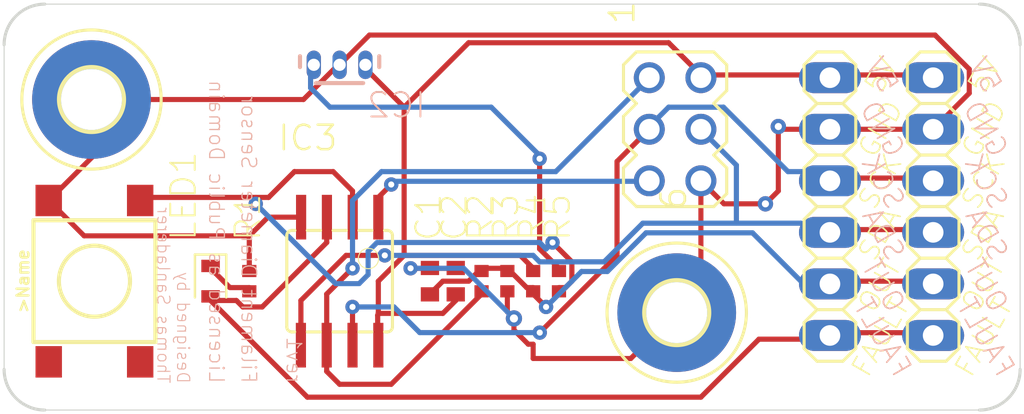
<source format=kicad_pcb>
(kicad_pcb (version 20171130) (host pcbnew "(5.1.12)-1")

  (general
    (thickness 1.6)
    (drawings 42)
    (tracks 206)
    (zones 0)
    (modules 16)
    (nets 12)
  )

  (page A4)
  (layers
    (0 Top signal)
    (31 Bottom signal)
    (32 B.Adhes user hide)
    (33 F.Adhes user hide)
    (34 B.Paste user hide)
    (35 F.Paste user hide)
    (36 B.SilkS user hide)
    (37 F.SilkS user hide)
    (38 B.Mask user hide)
    (39 F.Mask user hide)
    (40 Dwgs.User user hide)
    (41 Cmts.User user hide)
    (42 Eco1.User user hide)
    (43 Eco2.User user hide)
    (44 Edge.Cuts user)
    (45 Margin user hide)
    (46 B.CrtYd user hide)
    (47 F.CrtYd user hide)
    (48 B.Fab user hide)
    (49 F.Fab user hide)
  )

  (setup
    (last_trace_width 0.25)
    (trace_clearance 0.127)
    (zone_clearance 0.508)
    (zone_45_only no)
    (trace_min 0.2)
    (via_size 0.8)
    (via_drill 0.4)
    (via_min_size 0.4)
    (via_min_drill 0.3)
    (uvia_size 0.3)
    (uvia_drill 0.1)
    (uvias_allowed no)
    (uvia_min_size 0.2)
    (uvia_min_drill 0.1)
    (edge_width 0.05)
    (segment_width 0.2)
    (pcb_text_width 0.3)
    (pcb_text_size 1.5 1.5)
    (mod_edge_width 0.12)
    (mod_text_size 1 1)
    (mod_text_width 0.15)
    (pad_size 1.524 1.524)
    (pad_drill 0.762)
    (pad_to_mask_clearance 0)
    (aux_axis_origin 0 0)
    (visible_elements 7FFFFFFF)
    (pcbplotparams
      (layerselection 0x010fc_ffffffff)
      (usegerberextensions false)
      (usegerberattributes true)
      (usegerberadvancedattributes true)
      (creategerberjobfile true)
      (excludeedgelayer true)
      (linewidth 0.100000)
      (plotframeref false)
      (viasonmask false)
      (mode 1)
      (useauxorigin false)
      (hpglpennumber 1)
      (hpglpenspeed 20)
      (hpglpendiameter 15.000000)
      (psnegative false)
      (psa4output false)
      (plotreference true)
      (plotvalue true)
      (plotinvisibletext false)
      (padsonsilk false)
      (subtractmaskfromsilk false)
      (outputformat 1)
      (mirror false)
      (drillshape 1)
      (scaleselection 1)
      (outputdirectory ""))
  )

  (net 0 "")
  (net 1 +5V)
  (net 2 GND)
  (net 3 /FAULT)
  (net 4 /OUT)
  (net 5 /SDA)
  (net 6 /SCK)
  (net 7 "Net-(IC2-Pad3)")
  (net 8 /RESET)
  (net 9 /MISO)
  (net 10 /IN)
  (net 11 "Net-(LED1-PadC)")

  (net_class Default "This is the default net class."
    (clearance 0.127)
    (trace_width 0.25)
    (via_dia 0.8)
    (via_drill 0.4)
    (uvia_dia 0.3)
    (uvia_drill 0.1)
    (add_net +5V)
    (add_net /FAULT)
    (add_net /IN)
    (add_net /MISO)
    (add_net /OUT)
    (add_net /RESET)
    (add_net /SCK)
    (add_net /SDA)
    (add_net GND)
    (add_net "Net-(IC2-Pad3)")
    (add_net "Net-(LED1-PadC)")
  )

  (module filaSens:SIP3-UA (layer Bottom) (tedit 0) (tstamp 607B0B41)
    (at 140.0111 97.9936 180)
    (descr "<b>Type: 3-pin SIP, conventional leadframe</b><p>\nSource: http://www.allegromicro.com/en/Products/Packaging/pkghall1.pdf")
    (path /B2BFE474)
    (fp_text reference IC2 (at -1.27 -2.69875) (layer B.SilkS)
      (effects (font (size 1.2065 1.2065) (thickness 0.09652)) (justify right bottom mirror))
    )
    (fp_text value SS495 (at -2.54 1.405) (layer B.Fab)
      (effects (font (size 1.2065 1.2065) (thickness 0.09652)) (justify right bottom mirror))
    )
    (fp_line (start -1.95 0.425) (end -1.95 -0.11) (layer B.SilkS) (width 0.2032))
    (fp_line (start -1.95 -0.11) (end -1.16 -0.9) (layer B.Fab) (width 0.2032))
    (fp_line (start -1.16 -0.9) (end 1.16 -0.9) (layer B.SilkS) (width 0.2032))
    (fp_line (start 1.16 -0.9) (end 1.95 -0.11) (layer B.Fab) (width 0.2032))
    (fp_line (start 1.95 -0.11) (end 1.95 0.425) (layer B.SilkS) (width 0.2032))
    (fp_line (start 1.95 0.425) (end -1.95 0.425) (layer B.Fab) (width 0.2032))
    (pad 3 thru_hole oval (at 1.27 0 90) (size 1.4 0.7) (drill 0.6) (layers *.Cu *.Mask)
      (net 7 "Net-(IC2-Pad3)") (solder_mask_margin 0.1016))
    (pad 2 thru_hole oval (at 0 0 90) (size 1.4 0.7) (drill 0.6) (layers *.Cu *.Mask)
      (net 2 GND) (solder_mask_margin 0.1016))
    (pad 1 thru_hole oval (at -1.27 0 90) (size 1.4 0.7) (drill 0.6) (layers *.Cu *.Mask)
      (net 1 +5V) (solder_mask_margin 0.1016))
  )

  (module filaSens:1X06 (layer Top) (tedit 0) (tstamp 607B0B4D)
    (at 164.1411 104.9786 270)
    (descr "<b>PIN HEADER</b>")
    (path /235567EB)
    (fp_text reference JP1 (at -7.6962 -1.8288 270) (layer F.SilkS) hide
      (effects (font (size 1.2065 1.2065) (thickness 0.127)) (justify right top))
    )
    (fp_text value OUTPUT (at -7.62 3.175 270) (layer F.Fab) hide
      (effects (font (size 1.2065 1.2065) (thickness 0.1016)) (justify right top))
    )
    (fp_line (start 0.635 -1.27) (end 1.905 -1.27) (layer F.SilkS) (width 0.1524))
    (fp_line (start 1.905 -1.27) (end 2.54 -0.635) (layer F.SilkS) (width 0.1524))
    (fp_line (start 2.54 -0.635) (end 2.54 0.635) (layer F.SilkS) (width 0.1524))
    (fp_line (start 2.54 0.635) (end 1.905 1.27) (layer F.SilkS) (width 0.1524))
    (fp_line (start 2.54 -0.635) (end 3.175 -1.27) (layer F.SilkS) (width 0.1524))
    (fp_line (start 3.175 -1.27) (end 4.445 -1.27) (layer F.SilkS) (width 0.1524))
    (fp_line (start 4.445 -1.27) (end 5.08 -0.635) (layer F.SilkS) (width 0.1524))
    (fp_line (start 5.08 -0.635) (end 5.08 0.635) (layer F.SilkS) (width 0.1524))
    (fp_line (start 5.08 0.635) (end 4.445 1.27) (layer F.SilkS) (width 0.1524))
    (fp_line (start 4.445 1.27) (end 3.175 1.27) (layer F.SilkS) (width 0.1524))
    (fp_line (start 3.175 1.27) (end 2.54 0.635) (layer F.SilkS) (width 0.1524))
    (fp_line (start -2.54 -0.635) (end -1.905 -1.27) (layer F.SilkS) (width 0.1524))
    (fp_line (start -1.905 -1.27) (end -0.635 -1.27) (layer F.SilkS) (width 0.1524))
    (fp_line (start -0.635 -1.27) (end 0 -0.635) (layer F.SilkS) (width 0.1524))
    (fp_line (start 0 -0.635) (end 0 0.635) (layer F.SilkS) (width 0.1524))
    (fp_line (start 0 0.635) (end -0.635 1.27) (layer F.SilkS) (width 0.1524))
    (fp_line (start -0.635 1.27) (end -1.905 1.27) (layer F.SilkS) (width 0.1524))
    (fp_line (start -1.905 1.27) (end -2.54 0.635) (layer F.SilkS) (width 0.1524))
    (fp_line (start 0.635 -1.27) (end 0 -0.635) (layer F.SilkS) (width 0.1524))
    (fp_line (start 0 0.635) (end 0.635 1.27) (layer F.SilkS) (width 0.1524))
    (fp_line (start 1.905 1.27) (end 0.635 1.27) (layer F.SilkS) (width 0.1524))
    (fp_line (start -6.985 -1.27) (end -5.715 -1.27) (layer F.SilkS) (width 0.1524))
    (fp_line (start -5.715 -1.27) (end -5.08 -0.635) (layer F.SilkS) (width 0.1524))
    (fp_line (start -5.08 -0.635) (end -5.08 0.635) (layer F.SilkS) (width 0.1524))
    (fp_line (start -5.08 0.635) (end -5.715 1.27) (layer F.SilkS) (width 0.1524))
    (fp_line (start -5.08 -0.635) (end -4.445 -1.27) (layer F.SilkS) (width 0.1524))
    (fp_line (start -4.445 -1.27) (end -3.175 -1.27) (layer F.SilkS) (width 0.1524))
    (fp_line (start -3.175 -1.27) (end -2.54 -0.635) (layer F.SilkS) (width 0.1524))
    (fp_line (start -2.54 -0.635) (end -2.54 0.635) (layer F.SilkS) (width 0.1524))
    (fp_line (start -2.54 0.635) (end -3.175 1.27) (layer F.SilkS) (width 0.1524))
    (fp_line (start -3.175 1.27) (end -4.445 1.27) (layer F.SilkS) (width 0.1524))
    (fp_line (start -4.445 1.27) (end -5.08 0.635) (layer F.SilkS) (width 0.1524))
    (fp_line (start -7.62 -0.635) (end -7.62 0.635) (layer F.SilkS) (width 0.1524))
    (fp_line (start -6.985 -1.27) (end -7.62 -0.635) (layer F.SilkS) (width 0.1524))
    (fp_line (start -7.62 0.635) (end -6.985 1.27) (layer F.SilkS) (width 0.1524))
    (fp_line (start -5.715 1.27) (end -6.985 1.27) (layer F.SilkS) (width 0.1524))
    (fp_line (start 5.715 -1.27) (end 6.985 -1.27) (layer F.SilkS) (width 0.1524))
    (fp_line (start 6.985 -1.27) (end 7.62 -0.635) (layer F.SilkS) (width 0.1524))
    (fp_line (start 7.62 -0.635) (end 7.62 0.635) (layer F.SilkS) (width 0.1524))
    (fp_line (start 7.62 0.635) (end 6.985 1.27) (layer F.SilkS) (width 0.1524))
    (fp_line (start 5.715 -1.27) (end 5.08 -0.635) (layer F.SilkS) (width 0.1524))
    (fp_line (start 5.08 0.635) (end 5.715 1.27) (layer F.SilkS) (width 0.1524))
    (fp_line (start 6.985 1.27) (end 5.715 1.27) (layer F.SilkS) (width 0.1524))
    (fp_poly (pts (xy 3.556 0.254) (xy 4.064 0.254) (xy 4.064 -0.254) (xy 3.556 -0.254)) (layer F.Fab) (width 0))
    (fp_poly (pts (xy 1.016 0.254) (xy 1.524 0.254) (xy 1.524 -0.254) (xy 1.016 -0.254)) (layer F.Fab) (width 0))
    (fp_poly (pts (xy -1.524 0.254) (xy -1.016 0.254) (xy -1.016 -0.254) (xy -1.524 -0.254)) (layer F.Fab) (width 0))
    (fp_poly (pts (xy -4.064 0.254) (xy -3.556 0.254) (xy -3.556 -0.254) (xy -4.064 -0.254)) (layer F.Fab) (width 0))
    (fp_poly (pts (xy -6.604 0.254) (xy -6.096 0.254) (xy -6.096 -0.254) (xy -6.604 -0.254)) (layer F.Fab) (width 0))
    (fp_poly (pts (xy 6.096 0.254) (xy 6.604 0.254) (xy 6.604 -0.254) (xy 6.096 -0.254)) (layer F.Fab) (width 0))
    (pad 6 thru_hole oval (at 6.35 0) (size 3.048 1.524) (drill 1.016) (layers *.Cu *.Mask)
      (net 3 /FAULT) (solder_mask_margin 0.1016))
    (pad 5 thru_hole oval (at 3.81 0) (size 3.048 1.524) (drill 1.016) (layers *.Cu *.Mask)
      (net 4 /OUT) (solder_mask_margin 0.1016))
    (pad 4 thru_hole oval (at 1.27 0) (size 3.048 1.524) (drill 1.016) (layers *.Cu *.Mask)
      (net 5 /SDA) (solder_mask_margin 0.1016))
    (pad 3 thru_hole oval (at -1.27 0) (size 3.048 1.524) (drill 1.016) (layers *.Cu *.Mask)
      (net 6 /SCK) (solder_mask_margin 0.1016))
    (pad 2 thru_hole oval (at -3.81 0) (size 3.048 1.524) (drill 1.016) (layers *.Cu *.Mask)
      (net 2 GND) (solder_mask_margin 0.1016))
    (pad 1 thru_hole oval (at -6.35 0) (size 3.048 1.524) (drill 1.016) (layers *.Cu *.Mask)
      (net 1 +5V) (solder_mask_margin 0.1016))
  )

  (module filaSens:1X06 (layer Top) (tedit 0) (tstamp 607B0B87)
    (at 169.2211 104.9786 270)
    (descr "<b>PIN HEADER</b>")
    (path /46E31EBA)
    (fp_text reference JP2 (at -7.6962 -1.8288 270) (layer F.SilkS) hide
      (effects (font (size 1.2065 1.2065) (thickness 0.127)) (justify right top))
    )
    (fp_text value SUPPORT_ROW (at -7.62 3.175 270) (layer F.Fab) hide
      (effects (font (size 1.2065 1.2065) (thickness 0.1016)) (justify right top))
    )
    (fp_line (start 0.635 -1.27) (end 1.905 -1.27) (layer F.SilkS) (width 0.1524))
    (fp_line (start 1.905 -1.27) (end 2.54 -0.635) (layer F.SilkS) (width 0.1524))
    (fp_line (start 2.54 -0.635) (end 2.54 0.635) (layer F.SilkS) (width 0.1524))
    (fp_line (start 2.54 0.635) (end 1.905 1.27) (layer F.SilkS) (width 0.1524))
    (fp_line (start 2.54 -0.635) (end 3.175 -1.27) (layer F.SilkS) (width 0.1524))
    (fp_line (start 3.175 -1.27) (end 4.445 -1.27) (layer F.SilkS) (width 0.1524))
    (fp_line (start 4.445 -1.27) (end 5.08 -0.635) (layer F.SilkS) (width 0.1524))
    (fp_line (start 5.08 -0.635) (end 5.08 0.635) (layer F.SilkS) (width 0.1524))
    (fp_line (start 5.08 0.635) (end 4.445 1.27) (layer F.SilkS) (width 0.1524))
    (fp_line (start 4.445 1.27) (end 3.175 1.27) (layer F.SilkS) (width 0.1524))
    (fp_line (start 3.175 1.27) (end 2.54 0.635) (layer F.SilkS) (width 0.1524))
    (fp_line (start -2.54 -0.635) (end -1.905 -1.27) (layer F.SilkS) (width 0.1524))
    (fp_line (start -1.905 -1.27) (end -0.635 -1.27) (layer F.SilkS) (width 0.1524))
    (fp_line (start -0.635 -1.27) (end 0 -0.635) (layer F.SilkS) (width 0.1524))
    (fp_line (start 0 -0.635) (end 0 0.635) (layer F.SilkS) (width 0.1524))
    (fp_line (start 0 0.635) (end -0.635 1.27) (layer F.SilkS) (width 0.1524))
    (fp_line (start -0.635 1.27) (end -1.905 1.27) (layer F.SilkS) (width 0.1524))
    (fp_line (start -1.905 1.27) (end -2.54 0.635) (layer F.SilkS) (width 0.1524))
    (fp_line (start 0.635 -1.27) (end 0 -0.635) (layer F.SilkS) (width 0.1524))
    (fp_line (start 0 0.635) (end 0.635 1.27) (layer F.SilkS) (width 0.1524))
    (fp_line (start 1.905 1.27) (end 0.635 1.27) (layer F.SilkS) (width 0.1524))
    (fp_line (start -6.985 -1.27) (end -5.715 -1.27) (layer F.SilkS) (width 0.1524))
    (fp_line (start -5.715 -1.27) (end -5.08 -0.635) (layer F.SilkS) (width 0.1524))
    (fp_line (start -5.08 -0.635) (end -5.08 0.635) (layer F.SilkS) (width 0.1524))
    (fp_line (start -5.08 0.635) (end -5.715 1.27) (layer F.SilkS) (width 0.1524))
    (fp_line (start -5.08 -0.635) (end -4.445 -1.27) (layer F.SilkS) (width 0.1524))
    (fp_line (start -4.445 -1.27) (end -3.175 -1.27) (layer F.SilkS) (width 0.1524))
    (fp_line (start -3.175 -1.27) (end -2.54 -0.635) (layer F.SilkS) (width 0.1524))
    (fp_line (start -2.54 -0.635) (end -2.54 0.635) (layer F.SilkS) (width 0.1524))
    (fp_line (start -2.54 0.635) (end -3.175 1.27) (layer F.SilkS) (width 0.1524))
    (fp_line (start -3.175 1.27) (end -4.445 1.27) (layer F.SilkS) (width 0.1524))
    (fp_line (start -4.445 1.27) (end -5.08 0.635) (layer F.SilkS) (width 0.1524))
    (fp_line (start -7.62 -0.635) (end -7.62 0.635) (layer F.SilkS) (width 0.1524))
    (fp_line (start -6.985 -1.27) (end -7.62 -0.635) (layer F.SilkS) (width 0.1524))
    (fp_line (start -7.62 0.635) (end -6.985 1.27) (layer F.SilkS) (width 0.1524))
    (fp_line (start -5.715 1.27) (end -6.985 1.27) (layer F.SilkS) (width 0.1524))
    (fp_line (start 5.715 -1.27) (end 6.985 -1.27) (layer F.SilkS) (width 0.1524))
    (fp_line (start 6.985 -1.27) (end 7.62 -0.635) (layer F.SilkS) (width 0.1524))
    (fp_line (start 7.62 -0.635) (end 7.62 0.635) (layer F.SilkS) (width 0.1524))
    (fp_line (start 7.62 0.635) (end 6.985 1.27) (layer F.SilkS) (width 0.1524))
    (fp_line (start 5.715 -1.27) (end 5.08 -0.635) (layer F.SilkS) (width 0.1524))
    (fp_line (start 5.08 0.635) (end 5.715 1.27) (layer F.SilkS) (width 0.1524))
    (fp_line (start 6.985 1.27) (end 5.715 1.27) (layer F.SilkS) (width 0.1524))
    (fp_poly (pts (xy 3.556 0.254) (xy 4.064 0.254) (xy 4.064 -0.254) (xy 3.556 -0.254)) (layer F.Fab) (width 0))
    (fp_poly (pts (xy 1.016 0.254) (xy 1.524 0.254) (xy 1.524 -0.254) (xy 1.016 -0.254)) (layer F.Fab) (width 0))
    (fp_poly (pts (xy -1.524 0.254) (xy -1.016 0.254) (xy -1.016 -0.254) (xy -1.524 -0.254)) (layer F.Fab) (width 0))
    (fp_poly (pts (xy -4.064 0.254) (xy -3.556 0.254) (xy -3.556 -0.254) (xy -4.064 -0.254)) (layer F.Fab) (width 0))
    (fp_poly (pts (xy -6.604 0.254) (xy -6.096 0.254) (xy -6.096 -0.254) (xy -6.604 -0.254)) (layer F.Fab) (width 0))
    (fp_poly (pts (xy 6.096 0.254) (xy 6.604 0.254) (xy 6.604 -0.254) (xy 6.096 -0.254)) (layer F.Fab) (width 0))
    (pad 6 thru_hole oval (at 6.35 0) (size 3.048 1.524) (drill 1.016) (layers *.Cu *.Mask)
      (net 3 /FAULT) (solder_mask_margin 0.1016))
    (pad 5 thru_hole oval (at 3.81 0) (size 3.048 1.524) (drill 1.016) (layers *.Cu *.Mask)
      (net 4 /OUT) (solder_mask_margin 0.1016))
    (pad 4 thru_hole oval (at 1.27 0) (size 3.048 1.524) (drill 1.016) (layers *.Cu *.Mask)
      (net 5 /SDA) (solder_mask_margin 0.1016))
    (pad 3 thru_hole oval (at -1.27 0) (size 3.048 1.524) (drill 1.016) (layers *.Cu *.Mask)
      (net 6 /SCK) (solder_mask_margin 0.1016))
    (pad 2 thru_hole oval (at -3.81 0) (size 3.048 1.524) (drill 1.016) (layers *.Cu *.Mask)
      (net 2 GND) (solder_mask_margin 0.1016))
    (pad 1 thru_hole oval (at -6.35 0) (size 3.048 1.524) (drill 1.016) (layers *.Cu *.Mask)
      (net 1 +5V) (solder_mask_margin 0.1016))
  )

  (module filaSens:3,0-PAD (layer Top) (tedit 0) (tstamp 607B0BC1)
    (at 156.6011 110.2036)
    (descr "<b>MOUNTING PAD</b> 3.0 mm, round")
    (path /9910BFD8)
    (fp_text reference H1 (at 0 0) (layer F.SilkS) hide
      (effects (font (size 1.27 1.27) (thickness 0.15)))
    )
    (fp_text value MOUNT-PAD-ROUND3.0 (at 0 0) (layer F.SilkS) hide
      (effects (font (size 1.27 1.27) (thickness 0.15)))
    )
    (fp_circle (center 0 0) (end 3.429 0) (layer F.SilkS) (width 0.1524))
    (fp_circle (center 0 0) (end 0.762 0) (layer F.Fab) (width 0.4572))
    (fp_circle (center 0 0) (end 3.556 0) (layer Dwgs.User) (width 1.016))
    (fp_circle (center 0 0) (end 3.556 0) (layer Dwgs.User) (width 1.016))
    (fp_circle (center 0 0) (end 3.556 0) (layer Dwgs.User) (width 1.016))
    (fp_circle (center 0 0) (end 1.6 0) (layer F.SilkS) (width 0.2032))
    (fp_text user 3,0 (at -1.27 3.81) (layer Cmts.User)
      (effects (font (size 1.2065 1.2065) (thickness 0.1016)) (justify left bottom))
    )
    (fp_arc (start 0 0) (end 0 -2.159) (angle 90) (layer F.Fab) (width 2.4892))
    (fp_arc (start 0 0) (end -2.159 0) (angle -90) (layer F.Fab) (width 2.4892))
    (pad B3,0 thru_hole circle (at 0 0) (size 5.842 5.842) (drill 3) (layers *.Cu *.Mask)
      (net 2 GND) (solder_mask_margin 0.1016))
  )

  (module filaSens:3,0-PAD (layer Top) (tedit 0) (tstamp 607B0BCE)
    (at 127.8011 99.7036)
    (descr "<b>MOUNTING PAD</b> 3.0 mm, round")
    (path /5D268E00)
    (fp_text reference H2 (at 0 0) (layer F.SilkS) hide
      (effects (font (size 1.27 1.27) (thickness 0.15)))
    )
    (fp_text value MOUNT-PAD-ROUND3.0 (at 0 0) (layer F.SilkS) hide
      (effects (font (size 1.27 1.27) (thickness 0.15)))
    )
    (fp_circle (center 0 0) (end 3.429 0) (layer F.SilkS) (width 0.1524))
    (fp_circle (center 0 0) (end 0.762 0) (layer F.Fab) (width 0.4572))
    (fp_circle (center 0 0) (end 3.556 0) (layer Dwgs.User) (width 1.016))
    (fp_circle (center 0 0) (end 3.556 0) (layer Dwgs.User) (width 1.016))
    (fp_circle (center 0 0) (end 3.556 0) (layer Dwgs.User) (width 1.016))
    (fp_circle (center 0 0) (end 1.6 0) (layer F.SilkS) (width 0.2032))
    (fp_text user 3,0 (at -1.27 3.81) (layer Cmts.User)
      (effects (font (size 1.2065 1.2065) (thickness 0.1016)) (justify left bottom))
    )
    (fp_arc (start 0 0) (end 0 -2.159) (angle 90) (layer F.Fab) (width 2.4892))
    (fp_arc (start 0 0) (end -2.159 0) (angle -90) (layer F.Fab) (width 2.4892))
    (pad B3,0 thru_hole circle (at 0 0) (size 5.842 5.842) (drill 3) (layers *.Cu *.Mask)
      (net 2 GND) (solder_mask_margin 0.1016))
  )

  (module filaSens:MA03-2 (layer Top) (tedit 0) (tstamp 607B0BDB)
    (at 156.5211 101.1686 270)
    (descr "<b>PIN HEADER</b>")
    (path /C9A7A6AE)
    (fp_text reference SV1 (at -3.81 -2.921 270) (layer F.SilkS) hide
      (effects (font (size 1.2065 1.2065) (thickness 0.127)) (justify right top))
    )
    (fp_text value ISP (at -0.135 4.1275 90) (layer F.Fab)
      (effects (font (size 1.2065 1.2065) (thickness 0.12065)) (justify left bottom))
    )
    (fp_line (start -3.175 -2.54) (end -1.905 -2.54) (layer F.SilkS) (width 0.1524))
    (fp_line (start -1.905 -2.54) (end -1.27 -1.905) (layer F.SilkS) (width 0.1524))
    (fp_line (start -1.27 -1.905) (end -0.635 -2.54) (layer F.SilkS) (width 0.1524))
    (fp_line (start -0.635 -2.54) (end 0.635 -2.54) (layer F.SilkS) (width 0.1524))
    (fp_line (start 0.635 -2.54) (end 1.27 -1.905) (layer F.SilkS) (width 0.1524))
    (fp_line (start -3.175 -2.54) (end -3.81 -1.905) (layer F.SilkS) (width 0.1524))
    (fp_line (start 1.27 -1.905) (end 1.905 -2.54) (layer F.SilkS) (width 0.1524))
    (fp_line (start 1.905 -2.54) (end 3.175 -2.54) (layer F.SilkS) (width 0.1524))
    (fp_line (start 3.175 -2.54) (end 3.81 -1.905) (layer F.SilkS) (width 0.1524))
    (fp_line (start 3.81 -1.905) (end 3.81 1.905) (layer F.SilkS) (width 0.1524))
    (fp_line (start -1.27 1.905) (end -1.905 2.54) (layer F.SilkS) (width 0.1524))
    (fp_line (start 1.27 1.905) (end 0.635 2.54) (layer F.SilkS) (width 0.1524))
    (fp_line (start 0.635 2.54) (end -0.635 2.54) (layer F.SilkS) (width 0.1524))
    (fp_line (start -0.635 2.54) (end -1.27 1.905) (layer F.SilkS) (width 0.1524))
    (fp_line (start -3.81 -1.905) (end -3.81 1.905) (layer F.SilkS) (width 0.1524))
    (fp_line (start -3.81 1.905) (end -3.175 2.54) (layer F.SilkS) (width 0.1524))
    (fp_line (start -1.905 2.54) (end -3.175 2.54) (layer F.SilkS) (width 0.1524))
    (fp_line (start 3.81 1.905) (end 3.175 2.54) (layer F.SilkS) (width 0.1524))
    (fp_line (start 3.175 2.54) (end 1.905 2.54) (layer F.SilkS) (width 0.1524))
    (fp_line (start 1.905 2.54) (end 1.27 1.905) (layer F.SilkS) (width 0.1524))
    (fp_poly (pts (xy -0.254 1.524) (xy 0.254 1.524) (xy 0.254 1.016) (xy -0.254 1.016)) (layer F.Fab) (width 0))
    (fp_poly (pts (xy -2.794 1.524) (xy -2.286 1.524) (xy -2.286 1.016) (xy -2.794 1.016)) (layer F.Fab) (width 0))
    (fp_poly (pts (xy 2.286 1.524) (xy 2.794 1.524) (xy 2.794 1.016) (xy 2.286 1.016)) (layer F.Fab) (width 0))
    (fp_poly (pts (xy -2.794 -1.016) (xy -2.286 -1.016) (xy -2.286 -1.524) (xy -2.794 -1.524)) (layer F.Fab) (width 0))
    (fp_poly (pts (xy -0.254 -1.016) (xy 0.254 -1.016) (xy 0.254 -1.524) (xy -0.254 -1.524)) (layer F.Fab) (width 0))
    (fp_poly (pts (xy 2.286 -1.016) (xy 2.794 -1.016) (xy 2.794 -1.524) (xy 2.286 -1.524)) (layer F.Fab) (width 0))
    (fp_text user 6 (at 4.064 -0.635 270) (layer F.SilkS)
      (effects (font (size 1.2065 1.2065) (thickness 0.127)) (justify left bottom))
    )
    (fp_text user 1 (at -5.08 1.905 270) (layer F.SilkS)
      (effects (font (size 1.2065 1.2065) (thickness 0.127)) (justify left bottom))
    )
    (pad 6 thru_hole circle (at 2.54 -1.27 270) (size 1.524 1.524) (drill 1.016) (layers *.Cu *.Mask)
      (net 2 GND) (solder_mask_margin 0.1016))
    (pad 4 thru_hole circle (at 0 -1.27 270) (size 1.524 1.524) (drill 1.016) (layers *.Cu *.Mask)
      (net 5 /SDA) (solder_mask_margin 0.1016))
    (pad 2 thru_hole circle (at -2.54 -1.27 270) (size 1.524 1.524) (drill 1.016) (layers *.Cu *.Mask)
      (net 1 +5V) (solder_mask_margin 0.1016))
    (pad 5 thru_hole circle (at 2.54 1.27 270) (size 1.524 1.524) (drill 1.016) (layers *.Cu *.Mask)
      (net 8 /RESET) (solder_mask_margin 0.1016))
    (pad 3 thru_hole circle (at 0 1.27 270) (size 1.524 1.524) (drill 1.016) (layers *.Cu *.Mask)
      (net 6 /SCK) (solder_mask_margin 0.1016))
    (pad 1 thru_hole circle (at -2.54 1.27 270) (size 1.524 1.524) (drill 1.016) (layers *.Cu *.Mask)
      (net 9 /MISO) (solder_mask_margin 0.1016))
  )

  (module filaSens:SOIC8 (layer Top) (tedit 0) (tstamp 607B0C00)
    (at 140.0111 108.6536 180)
    (descr "<B>Wide Plastic Gull Wing Small Outline Package</B>")
    (path /40F764B3)
    (fp_text reference IC3 (at 3.1115 6.35) (layer F.SilkS)
      (effects (font (size 1.2065 1.2065) (thickness 0.12065)) (justify left bottom))
    )
    (fp_text value TINY85 (at 3.1115 4.826) (layer F.Fab)
      (effects (font (size 1.2065 1.2065) (thickness 0.12065)) (justify left bottom))
    )
    (fp_line (start 2.36 2.5) (end -2.34 2.5) (layer F.Fab) (width 0.1524))
    (fp_line (start -2.34 -2.5) (end 2.36 -2.5) (layer F.Fab) (width 0.1524))
    (fp_line (start -2.21 -2.5) (end -2.34 -2.5) (layer F.SilkS) (width 0.1524))
    (fp_line (start -1.59 -2.5) (end -0.95 -2.5) (layer F.SilkS) (width 0.1524))
    (fp_line (start -0.32 -2.5) (end 0.32 -2.5) (layer F.SilkS) (width 0.1524))
    (fp_line (start 0.95 -2.5) (end 1.59 -2.5) (layer F.SilkS) (width 0.1524))
    (fp_line (start 2.21 -2.5) (end 2.36 -2.5) (layer F.SilkS) (width 0.1524))
    (fp_line (start 2.2 2.5) (end 2.33 2.5) (layer F.SilkS) (width 0.1524))
    (fp_line (start 1.59 2.5) (end 0.94 2.5) (layer F.SilkS) (width 0.1524))
    (fp_line (start 0.32 2.5) (end -0.33 2.5) (layer F.SilkS) (width 0.1524))
    (fp_line (start -0.95 2.5) (end -1.59 2.5) (layer F.SilkS) (width 0.1524))
    (fp_line (start -2.21 2.5) (end -2.34 2.5) (layer F.SilkS) (width 0.1524))
    (fp_line (start -2.6 -2.25) (end -2.6 2.24) (layer F.SilkS) (width 0.1524))
    (fp_line (start 2.6 2.25) (end 2.6 -2.25) (layer F.SilkS) (width 0.1524))
    (fp_circle (center -1.42 1.115) (end -0.92 1.115) (layer F.SilkS) (width 0.0508))
    (fp_poly (pts (xy -2.08 -2.5) (xy -1.73 -2.5) (xy -1.73 -3.4) (xy -2.08 -3.4)) (layer F.Fab) (width 0))
    (fp_poly (pts (xy -0.81 -2.5) (xy -0.46 -2.5) (xy -0.46 -3.4) (xy -0.81 -3.4)) (layer F.Fab) (width 0))
    (fp_poly (pts (xy 0.46 -2.5) (xy 0.81 -2.5) (xy 0.81 -3.4) (xy 0.46 -3.4)) (layer F.Fab) (width 0))
    (fp_poly (pts (xy 1.73 -2.5) (xy 2.08 -2.5) (xy 2.08 -3.4) (xy 1.73 -3.4)) (layer F.Fab) (width 0))
    (fp_poly (pts (xy 1.72 3.4) (xy 2.07 3.4) (xy 2.07 2.5) (xy 1.72 2.5)) (layer F.Fab) (width 0))
    (fp_poly (pts (xy 0.45 3.4) (xy 0.8 3.4) (xy 0.8 2.5) (xy 0.45 2.5)) (layer F.Fab) (width 0))
    (fp_poly (pts (xy -0.82 3.4) (xy -0.47 3.4) (xy -0.47 2.5) (xy -0.82 2.5)) (layer F.Fab) (width 0))
    (fp_poly (pts (xy -2.08 3.4) (xy -1.73 3.4) (xy -1.73 2.5) (xy -2.08 2.5)) (layer F.Fab) (width 0))
    (fp_arc (start -2.35 2.25) (end -2.6 2.25) (angle -90) (layer F.SilkS) (width 0.1524))
    (fp_arc (start 2.35 2.25) (end 2.35 2.5) (angle -90) (layer F.SilkS) (width 0.1524))
    (fp_arc (start 2.35 -2.25) (end 2.35 -2.5) (angle 90) (layer F.SilkS) (width 0.1524))
    (fp_arc (start -2.35 -2.25) (end -2.6 -2.25) (angle 90) (layer F.SilkS) (width 0.1524))
    (pad 5 smd rect (at 1.905 -3.154 180) (size 0.5 2.2) (layers Top F.Paste F.Mask)
      (net 5 /SDA) (solder_mask_margin 0.1016))
    (pad 6 smd rect (at 0.635 -3.154 180) (size 0.5 2.2) (layers Top F.Paste F.Mask)
      (net 9 /MISO) (solder_mask_margin 0.1016))
    (pad 7 smd rect (at -0.635 -3.154 180) (size 0.5 2.2) (layers Top F.Paste F.Mask)
      (net 6 /SCK) (solder_mask_margin 0.1016))
    (pad 8 smd rect (at -1.905 -3.154 180) (size 0.5 2.2) (layers Top F.Paste F.Mask)
      (net 1 +5V) (solder_mask_margin 0.1016))
    (pad 4 smd rect (at 1.895 3.154 180) (size 0.5 2.2) (layers Top F.Paste F.Mask)
      (net 2 GND) (solder_mask_margin 0.1016))
    (pad 3 smd rect (at 0.625 3.154 180) (size 0.5 2.2) (layers Top F.Paste F.Mask)
      (net 3 /FAULT) (solder_mask_margin 0.1016))
    (pad 2 smd rect (at -0.645 3.154 180) (size 0.5 2.2) (layers Top F.Paste F.Mask)
      (net 10 /IN) (solder_mask_margin 0.1016))
    (pad 1 smd rect (at -1.905 3.154 180) (size 0.5 2.2) (layers Top F.Paste F.Mask)
      (net 8 /RESET) (solder_mask_margin 0.1016))
  )

  (module filaSens:R0402 (layer Top) (tedit 0) (tstamp 607B0C26)
    (at 146.9961 108.6536 90)
    (descr "<b>Chip RESISTOR 0402 EIA (1005 Metric)</b>")
    (path /C0D1C9B9)
    (fp_text reference R2 (at 1.905 0.635 90) (layer F.SilkS)
      (effects (font (size 1.2065 1.2065) (thickness 0.09652)) (justify left bottom))
    )
    (fp_text value 36k (at -1.905 -0.635 90) (layer F.Fab)
      (effects (font (size 1.2065 1.2065) (thickness 0.09652)) (justify left bottom))
    )
    (fp_line (start -0.245 -0.224) (end 0.245 -0.224) (layer F.Fab) (width 0.1524))
    (fp_line (start 0.245 0.224) (end -0.245 0.224) (layer F.Fab) (width 0.1524))
    (fp_line (start -1 -0.483) (end 1 -0.483) (layer Dwgs.User) (width 0.0508))
    (fp_line (start 1 -0.483) (end 1 0.483) (layer Dwgs.User) (width 0.0508))
    (fp_line (start 1 0.483) (end -1 0.483) (layer Dwgs.User) (width 0.0508))
    (fp_line (start -1 0.483) (end -1 -0.483) (layer Dwgs.User) (width 0.0508))
    (fp_poly (pts (xy -0.554 0.3048) (xy -0.254 0.3048) (xy -0.254 -0.2951) (xy -0.554 -0.2951)) (layer F.Fab) (width 0))
    (fp_poly (pts (xy 0.2588 0.3048) (xy 0.5588 0.3048) (xy 0.5588 -0.2951) (xy 0.2588 -0.2951)) (layer F.Fab) (width 0))
    (fp_poly (pts (xy -0.1999 0.35) (xy 0.1999 0.35) (xy 0.1999 -0.35) (xy -0.1999 -0.35)) (layer F.Adhes) (width 0))
    (pad 2 smd rect (at 0.5 0 90) (size 0.6 0.7) (layers Top F.Paste F.Mask)
      (net 4 /OUT) (solder_mask_margin 0.1016))
    (pad 1 smd rect (at -0.5 0 90) (size 0.6 0.7) (layers Top F.Paste F.Mask)
      (net 9 /MISO) (solder_mask_margin 0.1016))
  )

  (module filaSens:R0402 (layer Top) (tedit 0) (tstamp 607B0C34)
    (at 135.5661 108.6536 90)
    (descr "<b>Chip RESISTOR 0402 EIA (1005 Metric)</b>")
    (path /DDF01354)
    (fp_text reference R1 (at 1.905 0.635 90) (layer F.SilkS)
      (effects (font (size 1.2065 1.2065) (thickness 0.09652)) (justify left bottom))
    )
    (fp_text value 1k (at -1.905 -0.635 90) (layer F.Fab)
      (effects (font (size 1.2065 1.2065) (thickness 0.09652)) (justify left bottom))
    )
    (fp_line (start -0.245 -0.224) (end 0.245 -0.224) (layer F.Fab) (width 0.1524))
    (fp_line (start 0.245 0.224) (end -0.245 0.224) (layer F.Fab) (width 0.1524))
    (fp_line (start -1 -0.483) (end 1 -0.483) (layer Dwgs.User) (width 0.0508))
    (fp_line (start 1 -0.483) (end 1 0.483) (layer Dwgs.User) (width 0.0508))
    (fp_line (start 1 0.483) (end -1 0.483) (layer Dwgs.User) (width 0.0508))
    (fp_line (start -1 0.483) (end -1 -0.483) (layer Dwgs.User) (width 0.0508))
    (fp_poly (pts (xy -0.554 0.3048) (xy -0.254 0.3048) (xy -0.254 -0.2951) (xy -0.554 -0.2951)) (layer F.Fab) (width 0))
    (fp_poly (pts (xy 0.2588 0.3048) (xy 0.5588 0.3048) (xy 0.5588 -0.2951) (xy 0.2588 -0.2951)) (layer F.Fab) (width 0))
    (fp_poly (pts (xy -0.1999 0.35) (xy 0.1999 0.35) (xy 0.1999 -0.35) (xy -0.1999 -0.35)) (layer F.Adhes) (width 0))
    (pad 2 smd rect (at 0.5 0 90) (size 0.6 0.7) (layers Top F.Paste F.Mask)
      (net 2 GND) (solder_mask_margin 0.1016))
    (pad 1 smd rect (at -0.5 0 90) (size 0.6 0.7) (layers Top F.Paste F.Mask)
      (net 11 "Net-(LED1-PadC)") (solder_mask_margin 0.1016))
  )

  (module filaSens:R0402 (layer Top) (tedit 0) (tstamp 607B0C42)
    (at 149.5361 108.6536 90)
    (descr "<b>Chip RESISTOR 0402 EIA (1005 Metric)</b>")
    (path /9335F57E)
    (fp_text reference R4 (at 1.905 0.635 90) (layer F.SilkS)
      (effects (font (size 1.2065 1.2065) (thickness 0.09652)) (justify left bottom))
    )
    (fp_text value 18k (at -1.905 0.635 90) (layer F.Fab)
      (effects (font (size 1.2065 1.2065) (thickness 0.09652)) (justify left bottom))
    )
    (fp_line (start -0.245 -0.224) (end 0.245 -0.224) (layer F.Fab) (width 0.1524))
    (fp_line (start 0.245 0.224) (end -0.245 0.224) (layer F.Fab) (width 0.1524))
    (fp_line (start -1 -0.483) (end 1 -0.483) (layer Dwgs.User) (width 0.0508))
    (fp_line (start 1 -0.483) (end 1 0.483) (layer Dwgs.User) (width 0.0508))
    (fp_line (start 1 0.483) (end -1 0.483) (layer Dwgs.User) (width 0.0508))
    (fp_line (start -1 0.483) (end -1 -0.483) (layer Dwgs.User) (width 0.0508))
    (fp_poly (pts (xy -0.554 0.3048) (xy -0.254 0.3048) (xy -0.254 -0.2951) (xy -0.554 -0.2951)) (layer F.Fab) (width 0))
    (fp_poly (pts (xy 0.2588 0.3048) (xy 0.5588 0.3048) (xy 0.5588 -0.2951) (xy 0.2588 -0.2951)) (layer F.Fab) (width 0))
    (fp_poly (pts (xy -0.1999 0.35) (xy 0.1999 0.35) (xy 0.1999 -0.35) (xy -0.1999 -0.35)) (layer F.Adhes) (width 0))
    (pad 2 smd rect (at 0.5 0 90) (size 0.6 0.7) (layers Top F.Paste F.Mask)
      (net 1 +5V) (solder_mask_margin 0.1016))
    (pad 1 smd rect (at -0.5 0 90) (size 0.6 0.7) (layers Top F.Paste F.Mask)
      (net 4 /OUT) (solder_mask_margin 0.1016))
  )

  (module filaSens:R0402 (layer Top) (tedit 0) (tstamp 607B0C50)
    (at 148.2661 108.6536 90)
    (descr "<b>Chip RESISTOR 0402 EIA (1005 Metric)</b>")
    (path /B3FB3AD2)
    (fp_text reference R3 (at 1.905 0.635 90) (layer F.SilkS)
      (effects (font (size 1.2065 1.2065) (thickness 0.09652)) (justify left bottom))
    )
    (fp_text value 9k1 (at -1.905 -0.635 90) (layer F.Fab)
      (effects (font (size 1.2065 1.2065) (thickness 0.09652)) (justify left bottom))
    )
    (fp_line (start -0.245 -0.224) (end 0.245 -0.224) (layer F.Fab) (width 0.1524))
    (fp_line (start 0.245 0.224) (end -0.245 0.224) (layer F.Fab) (width 0.1524))
    (fp_line (start -1 -0.483) (end 1 -0.483) (layer Dwgs.User) (width 0.0508))
    (fp_line (start 1 -0.483) (end 1 0.483) (layer Dwgs.User) (width 0.0508))
    (fp_line (start 1 0.483) (end -1 0.483) (layer Dwgs.User) (width 0.0508))
    (fp_line (start -1 0.483) (end -1 -0.483) (layer Dwgs.User) (width 0.0508))
    (fp_poly (pts (xy -0.554 0.3048) (xy -0.254 0.3048) (xy -0.254 -0.2951) (xy -0.554 -0.2951)) (layer F.Fab) (width 0))
    (fp_poly (pts (xy 0.2588 0.3048) (xy 0.5588 0.3048) (xy 0.5588 -0.2951) (xy 0.2588 -0.2951)) (layer F.Fab) (width 0))
    (fp_poly (pts (xy -0.1999 0.35) (xy 0.1999 0.35) (xy 0.1999 -0.35) (xy -0.1999 -0.35)) (layer F.Adhes) (width 0))
    (pad 2 smd rect (at 0.5 0 90) (size 0.6 0.7) (layers Top F.Paste F.Mask)
      (net 4 /OUT) (solder_mask_margin 0.1016))
    (pad 1 smd rect (at -0.5 0 90) (size 0.6 0.7) (layers Top F.Paste F.Mask)
      (net 2 GND) (solder_mask_margin 0.1016))
  )

  (module filaSens:R0402 (layer Top) (tedit 0) (tstamp 607B0C5E)
    (at 150.8061 108.6536 90)
    (descr "<b>Chip RESISTOR 0402 EIA (1005 Metric)</b>")
    (path /47D19289)
    (fp_text reference R5 (at 1.905 0.635 90) (layer F.SilkS)
      (effects (font (size 1.2065 1.2065) (thickness 0.09652)) (justify left bottom))
    )
    (fp_text value 4k7 (at -1.905 -1.905 90) (layer F.Fab)
      (effects (font (size 1.2065 1.2065) (thickness 0.09652)) (justify left bottom))
    )
    (fp_line (start -0.245 -0.224) (end 0.245 -0.224) (layer F.Fab) (width 0.1524))
    (fp_line (start 0.245 0.224) (end -0.245 0.224) (layer F.Fab) (width 0.1524))
    (fp_line (start -1 -0.483) (end 1 -0.483) (layer Dwgs.User) (width 0.0508))
    (fp_line (start 1 -0.483) (end 1 0.483) (layer Dwgs.User) (width 0.0508))
    (fp_line (start 1 0.483) (end -1 0.483) (layer Dwgs.User) (width 0.0508))
    (fp_line (start -1 0.483) (end -1 -0.483) (layer Dwgs.User) (width 0.0508))
    (fp_poly (pts (xy -0.554 0.3048) (xy -0.254 0.3048) (xy -0.254 -0.2951) (xy -0.554 -0.2951)) (layer F.Fab) (width 0))
    (fp_poly (pts (xy 0.2588 0.3048) (xy 0.5588 0.3048) (xy 0.5588 -0.2951) (xy 0.2588 -0.2951)) (layer F.Fab) (width 0))
    (fp_poly (pts (xy -0.1999 0.35) (xy 0.1999 0.35) (xy 0.1999 -0.35) (xy -0.1999 -0.35)) (layer F.Adhes) (width 0))
    (pad 2 smd rect (at 0.5 0 90) (size 0.6 0.7) (layers Top F.Paste F.Mask)
      (net 7 "Net-(IC2-Pad3)") (solder_mask_margin 0.1016))
    (pad 1 smd rect (at -0.5 0 90) (size 0.6 0.7) (layers Top F.Paste F.Mask)
      (net 10 /IN) (solder_mask_margin 0.1016))
  )

  (module filaSens:C0402 (layer Top) (tedit 0) (tstamp 607B0C6C)
    (at 144.4561 108.6536 90)
    (descr <b>CAPACITOR</b>)
    (path /E7D47EA7)
    (fp_text reference C1 (at 1.905 0.635 90) (layer F.SilkS)
      (effects (font (size 1.2065 1.2065) (thickness 0.09652)) (justify left bottom))
    )
    (fp_text value 10uF (at -1.905 -0.635 90) (layer F.Fab)
      (effects (font (size 1.2065 1.2065) (thickness 0.09652)) (justify left bottom))
    )
    (fp_line (start -0.245 -0.224) (end 0.245 -0.224) (layer F.Fab) (width 0.1524))
    (fp_line (start 0.245 0.224) (end -0.245 0.224) (layer F.Fab) (width 0.1524))
    (fp_line (start -1.473 -0.483) (end 1.473 -0.483) (layer Dwgs.User) (width 0.0508))
    (fp_line (start 1.473 -0.483) (end 1.473 0.483) (layer Dwgs.User) (width 0.0508))
    (fp_line (start 1.473 0.483) (end -1.473 0.483) (layer Dwgs.User) (width 0.0508))
    (fp_line (start -1.473 0.483) (end -1.473 -0.483) (layer Dwgs.User) (width 0.0508))
    (fp_poly (pts (xy -0.554 0.3048) (xy -0.254 0.3048) (xy -0.254 -0.2951) (xy -0.554 -0.2951)) (layer F.Fab) (width 0))
    (fp_poly (pts (xy 0.2588 0.3048) (xy 0.5588 0.3048) (xy 0.5588 -0.2951) (xy 0.2588 -0.2951)) (layer F.Fab) (width 0))
    (fp_poly (pts (xy -0.1999 0.3) (xy 0.1999 0.3) (xy 0.1999 -0.3) (xy -0.1999 -0.3)) (layer F.Adhes) (width 0))
    (pad 2 smd rect (at 0.65 0 90) (size 0.7 0.9) (layers Top F.Paste F.Mask)
      (net 2 GND) (solder_mask_margin 0.1016))
    (pad 1 smd rect (at -0.65 0 90) (size 0.7 0.9) (layers Top F.Paste F.Mask)
      (net 4 /OUT) (solder_mask_margin 0.1016))
  )

  (module filaSens:C0402 (layer Top) (tedit 0) (tstamp 607B0C7A)
    (at 145.7261 108.6536 90)
    (descr <b>CAPACITOR</b>)
    (path /8350CC17)
    (fp_text reference C2 (at 1.905 0.635 90) (layer F.SilkS)
      (effects (font (size 1.2065 1.2065) (thickness 0.09652)) (justify left bottom))
    )
    (fp_text value 10uF (at -1.905 -0.635 90) (layer F.Fab)
      (effects (font (size 1.2065 1.2065) (thickness 0.09652)) (justify left bottom))
    )
    (fp_line (start -0.245 -0.224) (end 0.245 -0.224) (layer F.Fab) (width 0.1524))
    (fp_line (start 0.245 0.224) (end -0.245 0.224) (layer F.Fab) (width 0.1524))
    (fp_line (start -1.473 -0.483) (end 1.473 -0.483) (layer Dwgs.User) (width 0.0508))
    (fp_line (start 1.473 -0.483) (end 1.473 0.483) (layer Dwgs.User) (width 0.0508))
    (fp_line (start 1.473 0.483) (end -1.473 0.483) (layer Dwgs.User) (width 0.0508))
    (fp_line (start -1.473 0.483) (end -1.473 -0.483) (layer Dwgs.User) (width 0.0508))
    (fp_poly (pts (xy -0.554 0.3048) (xy -0.254 0.3048) (xy -0.254 -0.2951) (xy -0.554 -0.2951)) (layer F.Fab) (width 0))
    (fp_poly (pts (xy 0.2588 0.3048) (xy 0.5588 0.3048) (xy 0.5588 -0.2951) (xy 0.2588 -0.2951)) (layer F.Fab) (width 0))
    (fp_poly (pts (xy -0.1999 0.3) (xy 0.1999 0.3) (xy 0.1999 -0.3) (xy -0.1999 -0.3)) (layer F.Adhes) (width 0))
    (pad 2 smd rect (at 0.65 0 90) (size 0.7 0.9) (layers Top F.Paste F.Mask)
      (net 2 GND) (solder_mask_margin 0.1016))
    (pad 1 smd rect (at -0.65 0 90) (size 0.7 0.9) (layers Top F.Paste F.Mask)
      (net 1 +5V) (solder_mask_margin 0.1016))
  )

  (module filaSens:TACTILE_SWITCH_SMD_6.2MM_TALL (layer Top) (tedit 0) (tstamp 607B0C88)
    (at 127.9461 108.6536 90)
    (descr "<h3>Momentary Switch (Pushbutton) - SPST - SMD, 6.2mm Square</h3>\n<p>Normally-open (NO) SPST momentary switches (buttons, pushbuttons).</p>\n<p><a href=\"http://www.apem.com/files/apem/brochures/ADTS6-ADTSM-KTSC6.pdf\">Datasheet</a> (ADTSM63NVTR)</p>")
    (path /788C9994)
    (fp_text reference S1 (at 0 -3.175 90) (layer F.SilkS) hide
      (effects (font (size 0.57912 0.57912) (thickness 0.115824)))
    )
    (fp_text value MOMENTARY-SWITCH-SPST-SMD-6.2MM-TALL (at 0 0 90) (layer F.SilkS) hide
      (effects (font (size 1.27 1.27) (thickness 0.15)))
    )
    (fp_line (start -3 3) (end 3 3) (layer F.SilkS) (width 0.2032))
    (fp_line (start 3 3) (end 3 -3) (layer F.SilkS) (width 0.2032))
    (fp_line (start 3 -3) (end -3 -3) (layer F.SilkS) (width 0.2032))
    (fp_line (start -3 -3) (end -3 3) (layer F.SilkS) (width 0.2032))
    (fp_circle (center 0 0) (end 1.75 0) (layer F.SilkS) (width 0.2032))
    (fp_text user >Value (at 0 3.175 90) (layer F.Fab)
      (effects (font (size 0.57912 0.57912) (thickness 0.12192)) (justify top))
    )
    (fp_text user >Name (at 0 -3.175 90) (layer F.SilkS)
      (effects (font (size 0.57912 0.57912) (thickness 0.12192)) (justify bottom))
    )
    (pad B2 smd rect (at 3.975 -2.25 180) (size 1.3 1.55) (layers Top F.Paste F.Mask)
      (net 2 GND) (solder_mask_margin 0.1016))
    (pad B1 smd rect (at -3.975 -2.25 180) (size 1.3 1.55) (layers Top F.Paste F.Mask)
      (solder_mask_margin 0.1016))
    (pad A2 smd rect (at 3.975 2.25 180) (size 1.3 1.55) (layers Top F.Paste F.Mask)
      (net 10 /IN) (solder_mask_margin 0.1016))
    (pad A1 smd rect (at -3.975 2.25 180) (size 1.3 1.55) (layers Top F.Paste F.Mask)
      (solder_mask_margin 0.1016))
  )

  (module filaSens:LEDC1608X35N_FLAT-Y (layer Top) (tedit 0) (tstamp 607B0C96)
    (at 133.6611 108.6536 270)
    (descr "Chip LED, 1.60 X 0.80 X 0.35 mm body\n <p>Chip LED package with body size 1.60 X 0.80 X 0.35 mm</p>")
    (path /7DC8C285)
    (fp_text reference LED1 (at -4.191 0.6271 90) (layer F.SilkS)
      (effects (font (size 1.2065 1.2065) (thickness 0.09652)) (justify bottom))
    )
    (fp_text value CHIP-FLAT-Y_0603-0.35MM (at -0.127 1.4049 270) (layer F.Fab) hide
      (effects (font (size 1.2065 1.2065) (thickness 0.1016)) (justify right top))
    )
    (fp_line (start -1.3099 -0.7699) (end 0.8 -0.7699) (layer F.SilkS) (width 0.12))
    (fp_line (start -1.3099 -0.7699) (end -1.3099 0.7699) (layer F.SilkS) (width 0.12))
    (fp_line (start -1.3099 0.7699) (end 0.8 0.7699) (layer F.SilkS) (width 0.12))
    (fp_line (start -0.8 0.4) (end -0.8 -0.4) (layer F.Fab) (width 0.12))
    (fp_line (start -0.8 -0.4) (end 0.8 -0.4) (layer F.Fab) (width 0.12))
    (fp_line (start 0.8 -0.4) (end 0.8 0.4) (layer F.Fab) (width 0.12))
    (fp_line (start 0.8 0.4) (end -0.8 0.4) (layer F.Fab) (width 0.12))
    (pad A smd rect (at 0.75 0 270) (size 0.6118 0.9118) (layers Top F.Paste F.Mask)
      (net 3 /FAULT) (solder_mask_margin 0.1016))
    (pad C smd rect (at -0.75 0 270) (size 0.6118 0.9118) (layers Top F.Paste F.Mask)
      (net 11 "Net-(LED1-PadC)") (solder_mask_margin 0.1016))
  )

  (gr_line (start 123.5011 97.0036) (end 123.5011 113.0036) (layer Edge.Cuts) (width 0.05) (tstamp 33302B20))
  (gr_line (start 125.5011 95.0036) (end 171.5011 95.0036) (layer Edge.Cuts) (width 0.05) (tstamp 33302F80))
  (gr_line (start 173.5011 97.0036) (end 173.5011 113.0036) (layer Edge.Cuts) (width 0.05) (tstamp 33302BC0))
  (gr_text 5V (at 166.6811 99.5811 60) (layer F.SilkS) (tstamp 33302D00)
    (effects (font (size 0.9652 0.9652) (thickness 0.08128)) (justify left bottom))
  )
  (gr_text GND (at 166.3636 102.7561 60) (layer F.SilkS) (tstamp 33303AC0)
    (effects (font (size 0.9652 0.9652) (thickness 0.08128)) (justify left bottom))
  )
  (gr_text OUT (at 166.3636 110.3761 60) (layer F.SilkS) (tstamp 33302EE0)
    (effects (font (size 0.9652 0.9652) (thickness 0.08128)) (justify left bottom))
  )
  (gr_text FAULT (at 166.0461 113.5511 60) (layer F.SilkS) (tstamp 33303160)
    (effects (font (size 0.9652 0.9652) (thickness 0.08128)) (justify left bottom))
  )
  (gr_text SCK (at 166.3636 105.2961 60) (layer F.SilkS) (tstamp 33303200)
    (effects (font (size 0.9652 0.9652) (thickness 0.08128)) (justify left bottom))
  )
  (gr_text SDA (at 166.3636 107.8361 60) (layer F.SilkS) (tstamp 333000A0)
    (effects (font (size 0.9652 0.9652) (thickness 0.08128)) (justify left bottom))
  )
  (gr_line (start 171.5011 115.0036) (end 125.5011 115.0036) (layer Edge.Cuts) (width 0.05) (tstamp 33301D60))
  (gr_line (start 127.8011 99.7036) (end 127.8011 116.0036) (layer Dwgs.User) (width 0.1) (tstamp 33302800))
  (dimension 28.847006 (width 0.1) (layer Dwgs.User)
    (gr_text "28.847 mm" (at 142.219004 101.227118 0.03575151306) (layer Dwgs.User)
      (effects (font (size 1 1) (thickness 0.15)))
    )
    (feature1 (pts (xy 127.8011 110.2036) (xy 127.795919 101.899697)))
    (feature2 (pts (xy 156.6481 110.1856) (xy 156.642919 101.881697)))
    (crossbar (pts (xy 156.643284 102.468118) (xy 127.796284 102.486118)))
    (arrow1a (pts (xy 127.796284 102.486118) (xy 128.922422 101.898994)))
    (arrow1b (pts (xy 127.796284 102.486118) (xy 128.923153 103.071836)))
    (arrow2a (pts (xy 156.643284 102.468118) (xy 155.516415 101.8824)))
    (arrow2b (pts (xy 156.643284 102.468118) (xy 155.517146 103.055242)))
  )
  (gr_line (start 156.6011 110.2036) (end 121.2011 110.2036) (layer Dwgs.User) (width 0.1) (tstamp 33301FE0))
  (dimension 10.5 (width 0.1) (layer Dwgs.User)
    (gr_text "10.500 mm" (at 136.4511 104.9536 270) (layer Dwgs.User)
      (effects (font (size 1 1) (thickness 0.15)))
    )
    (feature1 (pts (xy 127.8011 110.2036) (xy 135.787521 110.2036)))
    (feature2 (pts (xy 127.8011 99.7036) (xy 135.787521 99.7036)))
    (crossbar (pts (xy 135.2011 99.7036) (xy 135.2011 110.2036)))
    (arrow1a (pts (xy 135.2011 110.2036) (xy 134.614679 109.077096)))
    (arrow1b (pts (xy 135.2011 110.2036) (xy 135.787521 109.077096)))
    (arrow2a (pts (xy 135.2011 99.7036) (xy 134.614679 100.830104)))
    (arrow2b (pts (xy 135.2011 99.7036) (xy 135.787521 100.830104)))
  )
  (gr_text "Filament Diameter Sensor" (at 135.1136 113.7336 -90) (layer B.SilkS) (tstamp 33301E00)
    (effects (font (size 0.7239 0.7239) (thickness 0.06096)) (justify left bottom mirror))
  )
  (gr_text "Designed by\nThomas Sanladerer" (at 130.9861 113.7336 -90) (layer B.SilkS) (tstamp 333001E0)
    (effects (font (size 0.60325 0.60325) (thickness 0.0508)) (justify left bottom mirror))
  )
  (gr_text "Licensed as Public Domain" (at 133.5261 113.7336 -90) (layer B.SilkS) (tstamp 33300DC0)
    (effects (font (size 0.7239 0.7239) (thickness 0.06096)) (justify left bottom mirror))
  )
  (gr_text 5V (at 171.7611 99.5811 60) (layer F.SilkS) (tstamp 33302260)
    (effects (font (size 0.9652 0.9652) (thickness 0.08128)) (justify left bottom))
  )
  (gr_text GND (at 171.4436 102.7561 60) (layer F.SilkS) (tstamp 33300C80)
    (effects (font (size 0.9652 0.9652) (thickness 0.08128)) (justify left bottom))
  )
  (gr_text OUT (at 171.4436 110.3761 60) (layer F.SilkS) (tstamp 33301180)
    (effects (font (size 0.9652 0.9652) (thickness 0.08128)) (justify left bottom))
  )
  (gr_text FAULT (at 171.1261 113.5511 60) (layer F.SilkS) (tstamp 33301400)
    (effects (font (size 0.9652 0.9652) (thickness 0.08128)) (justify left bottom))
  )
  (gr_text SCK (at 171.4436 105.2961 60) (layer F.SilkS) (tstamp 33301EA0)
    (effects (font (size 0.9652 0.9652) (thickness 0.08128)) (justify left bottom))
  )
  (gr_text SDA (at 171.4436 107.8361 60) (layer F.SilkS) (tstamp 33301F40)
    (effects (font (size 0.9652 0.9652) (thickness 0.08128)) (justify left bottom))
  )
  (gr_text 5V (at 171.7611 99.5811 -60) (layer B.SilkS) (tstamp 33302440)
    (effects (font (size 0.9652 0.9652) (thickness 0.08128)) (justify left bottom mirror))
  )
  (gr_text GND (at 172.0786 102.7561 -60) (layer B.SilkS) (tstamp 33300B40)
    (effects (font (size 0.9652 0.9652) (thickness 0.08128)) (justify left bottom mirror))
  )
  (gr_text OUT (at 172.0786 110.3761 -60) (layer B.SilkS) (tstamp 33302120)
    (effects (font (size 0.9652 0.9652) (thickness 0.08128)) (justify left bottom mirror))
  )
  (gr_text FAULT (at 172.3961 113.5511 -60) (layer B.SilkS) (tstamp 333019A0)
    (effects (font (size 0.9652 0.9652) (thickness 0.08128)) (justify left bottom mirror))
  )
  (gr_text SCK (at 172.0786 105.2961 -60) (layer B.SilkS) (tstamp 33302580)
    (effects (font (size 0.9652 0.9652) (thickness 0.08128)) (justify left bottom mirror))
  )
  (gr_text SDA (at 172.0786 107.8361 -60) (layer B.SilkS) (tstamp 33301360)
    (effects (font (size 0.9652 0.9652) (thickness 0.08128)) (justify left bottom mirror))
  )
  (gr_text rev1 (at 137.3361 113.7336 -90) (layer B.SilkS) (tstamp 333015E0)
    (effects (font (size 0.7239 0.7239) (thickness 0.06096)) (justify left bottom mirror))
  )
  (gr_text 5V (at 166.6811 99.5811 -60) (layer B.SilkS) (tstamp 33300280)
    (effects (font (size 0.9652 0.9652) (thickness 0.08128)) (justify left bottom mirror))
  )
  (gr_text GND (at 166.9986 102.7561 -60) (layer B.SilkS) (tstamp 33301CC0)
    (effects (font (size 0.9652 0.9652) (thickness 0.08128)) (justify left bottom mirror))
  )
  (gr_text OUT (at 166.9986 110.3761 -60) (layer B.SilkS) (tstamp 33301680)
    (effects (font (size 0.9652 0.9652) (thickness 0.08128)) (justify left bottom mirror))
  )
  (gr_text FAULT (at 167.3161 113.5511 -60) (layer B.SilkS) (tstamp 33300460)
    (effects (font (size 0.9652 0.9652) (thickness 0.08128)) (justify left bottom mirror))
  )
  (gr_text SCK (at 166.9986 105.2961 -60) (layer B.SilkS) (tstamp 33300D20)
    (effects (font (size 0.9652 0.9652) (thickness 0.08128)) (justify left bottom mirror))
  )
  (gr_text SDA (at 166.9986 107.8361 -60) (layer B.SilkS) (tstamp 33301AE0)
    (effects (font (size 0.9652 0.9652) (thickness 0.08128)) (justify left bottom mirror))
  )
  (dimension 50 (width 0.1) (layer Dwgs.User)
    (gr_text "50.000 mm" (at 148.5011 91.8461) (layer Dwgs.User)
      (effects (font (size 1 1) (thickness 0.15)))
    )
    (feature1 (pts (xy 173.5011 95.0036) (xy 173.5011 92.509679)))
    (feature2 (pts (xy 123.5011 95.0036) (xy 123.5011 92.509679)))
    (crossbar (pts (xy 123.5011 93.0961) (xy 173.5011 93.0961)))
    (arrow1a (pts (xy 173.5011 93.0961) (xy 172.374596 93.682521)))
    (arrow1b (pts (xy 173.5011 93.0961) (xy 172.374596 92.509679)))
    (arrow2a (pts (xy 123.5011 93.0961) (xy 124.627604 93.682521)))
    (arrow2b (pts (xy 123.5011 93.0961) (xy 124.627604 92.509679)))
  )
  (dimension 20 (width 0.1) (layer Dwgs.User)
    (gr_text "20.000 mm" (at 168.5936 105.0036 270) (layer Dwgs.User)
      (effects (font (size 1 1) (thickness 0.15)))
    )
    (feature1 (pts (xy 173.5011 115.0036) (xy 169.257179 115.0036)))
    (feature2 (pts (xy 173.5011 95.0036) (xy 169.257179 95.0036)))
    (crossbar (pts (xy 169.8436 95.0036) (xy 169.8436 115.0036)))
    (arrow1a (pts (xy 169.8436 115.0036) (xy 169.257179 113.877096)))
    (arrow1b (pts (xy 169.8436 115.0036) (xy 170.430021 113.877096)))
    (arrow2a (pts (xy 169.8436 95.0036) (xy 169.257179 96.130104)))
    (arrow2b (pts (xy 169.8436 95.0036) (xy 170.430021 96.130104)))
  )
  (gr_arc (start 125.5011 97.0036) (end 123.5011 97.0036) (angle 90) (layer Edge.Cuts) (width 0.1524) (tstamp 33300320))
  (gr_arc (start 125.5011 113.0036) (end 123.5011 113.0036) (angle -90) (layer Edge.Cuts) (width 0.1524) (tstamp 333026C0))
  (gr_arc (start 171.5011 113.0036) (end 173.5011 113.0036) (angle 90) (layer Edge.Cuts) (width 0.1524) (tstamp 33300640))
  (gr_arc (start 171.5011 97.0036) (end 171.5011 95.0036) (angle 90) (layer Edge.Cuts) (width 0.1524) (tstamp 333006E0))

  (via (at 148.59 110.49) (size 0.8) (drill 0.4) (layers Top Bottom) (net 2))
  (segment (start 164.1411 98.4936) (end 157.7911 98.4936) (width 0.254) (layer Top) (net 1) (tstamp 335246A0))
  (segment (start 164.1411 98.4936) (end 169.2211 98.4936) (width 0.254) (layer Top) (net 1) (tstamp 33523CA0))
  (segment (start 169.2211 98.4936) (end 169.2211 98.6286) (width 0.254) (layer Top) (net 1) (tstamp 33524420))
  (segment (start 164.1411 98.4936) (end 164.1411 98.6286) (width 0.254) (layer Top) (net 1) (tstamp 335235C0))
  (segment (start 148.9011 107.3836) (end 149.5361 108.0186) (width 0.254) (layer Top) (net 1) (tstamp 33522DA0))
  (segment (start 143.1861 107.3836) (end 148.9011 107.3836) (width 0.254) (layer Top) (net 1) (tstamp 33524560))
  (segment (start 141.9161 108.6536) (end 143.1861 107.3836) (width 0.254) (layer Top) (net 1) (tstamp 33523E80))
  (segment (start 141.9161 110.2411) (end 141.9161 108.6536) (width 0.254) (layer Top) (net 1) (tstamp 33523DE0))
  (segment (start 149.5361 108.0186) (end 149.5361 108.1536) (width 0.254) (layer Top) (net 1) (tstamp 335221C0))
  (segment (start 145.0911 110.2411) (end 145.7261 109.6061) (width 0.254) (layer Top) (net 1) (tstamp 335238E0))
  (segment (start 141.9161 110.2411) (end 145.0911 110.2411) (width 0.254) (layer Top) (net 1) (tstamp 335232A0))
  (segment (start 145.7261 109.6061) (end 145.7261 109.3036) (width 0.254) (layer Top) (net 1) (tstamp 33524240))
  (segment (start 143.1861 100.0811) (end 141.2811 98.1761) (width 0.254) (layer Top) (net 1) (tstamp 33522300))
  (segment (start 143.1861 107.3836) (end 143.1861 100.0811) (width 0.254) (layer Top) (net 1) (tstamp 33521FE0))
  (segment (start 141.2811 98.1761) (end 141.2811 97.9936) (width 0.254) (layer Top) (net 1) (tstamp 33523660))
  (segment (start 156.2036 96.9061) (end 157.7911 98.4936) (width 0.254) (layer Top) (net 1) (tstamp 335242E0))
  (segment (start 146.3611 96.9061) (end 156.2036 96.9061) (width 0.254) (layer Top) (net 1) (tstamp 335228A0))
  (segment (start 143.1861 100.0811) (end 146.3611 96.9061) (width 0.254) (layer Top) (net 1) (tstamp 335244C0))
  (segment (start 157.7911 98.4936) (end 157.7911 98.6286) (width 0.254) (layer Top) (net 1) (tstamp 33524060))
  (segment (start 141.88435 110.33635) (end 141.88435 111.7651) (width 0.254) (layer Top) (net 1) (tstamp 335223A0))
  (segment (start 141.88435 111.7651) (end 141.9161 111.8076) (width 0.254) (layer Top) (net 1) (tstamp 335224E0))
  (segment (start 141.88435 110.33635) (end 141.9161 110.2411) (width 0.254) (layer Top) (net 1) (tstamp 33522080))
  (segment (start 145.7261 108.0186) (end 144.4561 108.0186) (width 0.254) (layer Top) (net 2) (tstamp 33522B20))
  (segment (start 145.7261 108.0186) (end 145.7261 108.0036) (width 0.254) (layer Top) (net 2) (tstamp 335229E0))
  (segment (start 143.5036 108.0186) (end 144.4561 108.0186) (width 0.254) (layer Top) (net 2) (tstamp 33523B60))
  (segment (start 144.4561 108.0186) (end 144.4561 108.0036) (width 0.254) (layer Top) (net 2) (tstamp 33523C00))
  (via (at 143.5036 108.0186) (size 0.7064) (drill 0.3) (layers Top Bottom) (net 2) (tstamp 33522C60))
  (via (at 160.9661 104.8436) (size 0.7564) (drill 0.35) (layers Top Bottom) (net 2) (tstamp 33523160))
  (via (at 161.6011 101.0336) (size 0.7564) (drill 0.35) (layers Top Bottom) (net 2) (tstamp 33523200))
  (segment (start 135.5661 106.4311) (end 135.5661 108.1536) (width 0.254) (layer Top) (net 2) (tstamp 33525460))
  (segment (start 169.2211 101.1686) (end 164.1411 101.1686) (width 0.25) (layer Top) (net 2))
  (segment (start 161.7361 101.1686) (end 161.6011 101.0336) (width 0.25) (layer Top) (net 2))
  (segment (start 164.1411 101.1686) (end 161.7361 101.1686) (width 0.25) (layer Top) (net 2))
  (segment (start 161.6011 104.2086) (end 160.9661 104.8436) (width 0.25) (layer Top) (net 2))
  (segment (start 161.6011 101.0336) (end 161.6011 104.2086) (width 0.25) (layer Top) (net 2))
  (segment (start 158.9261 104.8436) (end 157.7911 103.7086) (width 0.25) (layer Top) (net 2))
  (segment (start 160.9661 104.8436) (end 158.9261 104.8436) (width 0.25) (layer Top) (net 2))
  (segment (start 157.7911 109.0136) (end 156.6011 110.2036) (width 0.25) (layer Top) (net 2))
  (segment (start 157.7911 103.7086) (end 157.7911 109.0136) (width 0.25) (layer Top) (net 2))
  (segment (start 154.3411 112.4636) (end 156.6011 110.2036) (width 0.25) (layer Top) (net 2))
  (segment (start 149.5361 112.4636) (end 154.3411 112.4636) (width 0.25) (layer Top) (net 2))
  (segment (start 149.5361 112.4636) (end 149.5361 111.760298) (width 0.25) (layer Top) (net 2))
  (segment (start 127.8011 102.5736) (end 125.6961 104.6786) (width 0.25) (layer Top) (net 2))
  (segment (start 127.8011 99.7036) (end 127.8011 102.5736) (width 0.25) (layer Top) (net 2))
  (segment (start 127.43789 106.42039) (end 135.5661 106.42039) (width 0.25) (layer Top) (net 2))
  (segment (start 125.6961 104.6786) (end 127.43789 106.42039) (width 0.25) (layer Top) (net 2))
  (segment (start 136.48689 105.4996) (end 135.5661 106.42039) (width 0.25) (layer Top) (net 2))
  (segment (start 138.1161 105.4996) (end 136.48689 105.4996) (width 0.25) (layer Top) (net 2))
  (segment (start 139.94247 97.9936) (end 140.0111 97.9936) (width 0.25) (layer Top) (net 2))
  (segment (start 138.23247 99.7036) (end 139.94247 97.9936) (width 0.25) (layer Top) (net 2))
  (segment (start 127.8011 99.7036) (end 138.23247 99.7036) (width 0.25) (layer Top) (net 2))
  (segment (start 148.2661 110.1661) (end 148.59 110.49) (width 0.25) (layer Top) (net 2))
  (segment (start 148.2661 109.1536) (end 148.2661 110.1661) (width 0.25) (layer Top) (net 2))
  (segment (start 149.294613 111.760298) (end 149.5361 111.760298) (width 0.25) (layer Top) (net 2))
  (segment (start 148.59 111.055685) (end 149.294613 111.760298) (width 0.25) (layer Top) (net 2))
  (segment (start 148.59 110.49) (end 148.59 111.055685) (width 0.25) (layer Top) (net 2))
  (segment (start 146.1186 108.0186) (end 148.59 110.49) (width 0.25) (layer Bottom) (net 2))
  (segment (start 143.5036 108.0186) (end 146.1186 108.0186) (width 0.25) (layer Bottom) (net 2))
  (segment (start 141.47761 96.52709) (end 140.0111 97.9936) (width 0.25) (layer Top) (net 2))
  (segment (start 170.99711 98.208584) (end 169.315616 96.52709) (width 0.25) (layer Top) (net 2))
  (segment (start 170.99711 99.39259) (end 170.99711 98.208584) (width 0.25) (layer Top) (net 2))
  (segment (start 169.315616 96.52709) (end 141.47761 96.52709) (width 0.25) (layer Top) (net 2))
  (segment (start 169.2211 101.1686) (end 170.99711 99.39259) (width 0.25) (layer Top) (net 2))
  (segment (start 169.2211 111.1936) (end 164.1411 111.1936) (width 0.254) (layer Top) (net 3) (tstamp 335208D0))
  (segment (start 164.1411 111.1936) (end 164.1411 111.3286) (width 0.254) (layer Top) (net 3) (tstamp 3351EF30))
  (segment (start 169.2211 111.1936) (end 169.2211 111.3286) (width 0.254) (layer Top) (net 3) (tstamp 3351FD90))
  (segment (start 134.9311 109.6061) (end 133.6611 109.6061) (width 0.254) (layer Top) (net 3) (tstamp 3351FED0))
  (segment (start 135.2486 109.9236) (end 134.9311 109.6061) (width 0.254) (layer Top) (net 3) (tstamp 3351F750))
  (segment (start 136.2011 109.9236) (end 135.2486 109.9236) (width 0.254) (layer Top) (net 3) (tstamp 3351FCF0))
  (segment (start 139.3761 106.7486) (end 136.2011 109.9236) (width 0.254) (layer Top) (net 3) (tstamp 3351F890))
  (segment (start 139.3761 105.7961) (end 139.3761 106.7486) (width 0.254) (layer Top) (net 3) (tstamp 33520BF0))
  (segment (start 139.3761 105.7961) (end 139.3861 105.4996) (width 0.254) (layer Top) (net 3) (tstamp 335205B0))
  (segment (start 160.6486 111.5111) (end 164.1411 111.5111) (width 0.254) (layer Top) (net 3) (tstamp 3351F250))
  (segment (start 157.7911 114.3686) (end 160.6486 111.5111) (width 0.254) (layer Top) (net 3) (tstamp 335201F0))
  (segment (start 138.4236 114.3686) (end 157.7911 114.3686) (width 0.254) (layer Top) (net 3) (tstamp 3351FBB0))
  (segment (start 133.6611 109.6061) (end 138.4236 114.3686) (width 0.254) (layer Top) (net 3) (tstamp 33521050))
  (segment (start 164.1411 111.5111) (end 164.1411 111.3286) (width 0.254) (layer Top) (net 3) (tstamp 33520010))
  (segment (start 133.6611 109.6061) (end 133.6611 109.4036) (width 0.254) (layer Top) (net 3) (tstamp 3351FC50))
  (segment (start 151.91735 108.17735) (end 150.1711 109.9236) (width 0.254) (layer Bottom) (net 4) (tstamp 33520150))
  (segment (start 153.18735 108.17735) (end 151.91735 108.17735) (width 0.254) (layer Bottom) (net 4) (tstamp 33520AB0))
  (segment (start 155.09235 106.27235) (end 153.18735 108.17735) (width 0.254) (layer Bottom) (net 4) (tstamp 33521410))
  (segment (start 160.3311 106.27235) (end 155.09235 106.27235) (width 0.254) (layer Bottom) (net 4) (tstamp 33520970))
  (segment (start 162.71235 108.6536) (end 160.3311 106.27235) (width 0.254) (layer Bottom) (net 4) (tstamp 33520290))
  (segment (start 164.1411 108.6536) (end 162.71235 108.6536) (width 0.254) (layer Bottom) (net 4) (tstamp 33520A10))
  (segment (start 164.1411 108.6536) (end 164.1411 108.7886) (width 0.254) (layer Bottom) (net 4) (tstamp 33520B50))
  (segment (start 148.2661 108.0186) (end 146.9961 108.0186) (width 0.254) (layer Top) (net 4) (tstamp 33520C90))
  (segment (start 149.2186 108.9711) (end 149.5361 108.9711) (width 0.254) (layer Top) (net 4) (tstamp 33520D30))
  (segment (start 148.2661 108.0186) (end 149.2186 108.9711) (width 0.254) (layer Top) (net 4) (tstamp 3351F390))
  (segment (start 149.5361 108.9711) (end 149.5361 109.1536) (width 0.254) (layer Top) (net 4) (tstamp 3351F610))
  (segment (start 148.2661 108.0186) (end 148.2661 108.1536) (width 0.254) (layer Top) (net 4) (tstamp 3351F430))
  (segment (start 145.0911 108.6536) (end 144.4561 109.2886) (width 0.254) (layer Top) (net 4) (tstamp 3351F4D0))
  (segment (start 146.3611 108.6536) (end 145.0911 108.6536) (width 0.254) (layer Top) (net 4) (tstamp 33520DD0))
  (segment (start 146.9961 108.0186) (end 146.3611 108.6536) (width 0.254) (layer Top) (net 4) (tstamp 33520FB0))
  (segment (start 144.4561 109.2886) (end 144.4561 109.3036) (width 0.254) (layer Top) (net 4) (tstamp 335210F0))
  (segment (start 146.9961 108.0186) (end 146.9961 108.1536) (width 0.254) (layer Top) (net 4) (tstamp 33521190))
  (segment (start 150.1711 109.9236) (end 149.5361 109.2886) (width 0.254) (layer Top) (net 4) (tstamp 3351F6B0))
  (segment (start 149.5361 109.2886) (end 149.5361 109.1536) (width 0.254) (layer Top) (net 4) (tstamp 33521E10))
  (segment (start 164.1411 108.6536) (end 169.2211 108.6536) (width 0.254) (layer Top) (net 4) (tstamp 33521B90))
  (segment (start 169.2211 108.6536) (end 169.2211 108.7886) (width 0.254) (layer Top) (net 4) (tstamp 335217D0))
  (segment (start 164.1411 108.6536) (end 164.1411 108.7886) (width 0.254) (layer Top) (net 4) (tstamp 33521CD0))
  (via (at 150.1711 109.9236) (size 0.7064) (drill 0.3) (layers Top Bottom) (net 4) (tstamp 33521870))
  (segment (start 142.2336 107.3836) (end 142.07485 107.54235) (width 0.254) (layer Bottom) (net 5) (tstamp 335262C0))
  (segment (start 149.5361 107.3836) (end 142.2336 107.3836) (width 0.254) (layer Bottom) (net 5) (tstamp 33526EA0))
  (segment (start 149.8536 107.7011) (end 149.5361 107.3836) (width 0.254) (layer Bottom) (net 5) (tstamp 33525820))
  (segment (start 153.0286 107.7011) (end 149.8536 107.7011) (width 0.254) (layer Bottom) (net 5) (tstamp 33524BA0))
  (segment (start 154.9336 105.7961) (end 153.0286 107.7011) (width 0.254) (layer Bottom) (net 5) (tstamp 33526860))
  (segment (start 162.71235 105.7961) (end 159.53735 105.7961) (width 0.254) (layer Bottom) (net 5) (tstamp 33525500))
  (segment (start 159.53735 105.7961) (end 154.9336 105.7961) (width 0.254) (layer Bottom) (net 5) (tstamp 335249C0))
  (segment (start 163.02985 106.1136) (end 162.71235 105.7961) (width 0.254) (layer Bottom) (net 5) (tstamp 33525000))
  (segment (start 164.1411 106.1136) (end 163.02985 106.1136) (width 0.254) (layer Bottom) (net 5) (tstamp 335250A0))
  (segment (start 164.1411 106.1136) (end 164.1411 106.2486) (width 0.254) (layer Bottom) (net 5) (tstamp 33525140))
  (segment (start 159.53735 102.9386) (end 157.7911 101.19235) (width 0.254) (layer Bottom) (net 5) (tstamp 335255A0))
  (segment (start 159.53735 105.7961) (end 159.53735 102.9386) (width 0.254) (layer Bottom) (net 5) (tstamp 33526E00))
  (segment (start 157.7911 101.19235) (end 157.7911 101.1686) (width 0.254) (layer Bottom) (net 5) (tstamp 33526900))
  (segment (start 138.1061 109.6061) (end 138.1061 111.8076) (width 0.254) (layer Top) (net 5) (tstamp 33524C40))
  (segment (start 140.3286 107.3836) (end 138.1061 109.6061) (width 0.254) (layer Top) (net 5) (tstamp 335258C0))
  (segment (start 142.2336 107.3836) (end 140.3286 107.3836) (width 0.254) (layer Top) (net 5) (tstamp 33524CE0))
  (segment (start 164.1411 106.1136) (end 169.2211 106.1136) (width 0.254) (layer Top) (net 5) (tstamp 33525960))
  (segment (start 169.2211 106.1136) (end 169.2211 106.2486) (width 0.254) (layer Top) (net 5) (tstamp 33525D20))
  (segment (start 164.1411 106.1136) (end 164.1411 106.2486) (width 0.254) (layer Top) (net 5) (tstamp 33526A40))
  (via (at 142.2336 107.3836) (size 0.7064) (drill 0.3) (layers Top Bottom) (net 5) (tstamp 335260E0))
  (segment (start 163.8236 103.2561) (end 164.1411 103.5736) (width 0.254) (layer Bottom) (net 6) (tstamp 33525E60))
  (segment (start 162.07735 103.2561) (end 163.8236 103.2561) (width 0.254) (layer Bottom) (net 6) (tstamp 33525A00))
  (segment (start 158.90235 100.0811) (end 162.07735 103.2561) (width 0.254) (layer Bottom) (net 6) (tstamp 33526040))
  (segment (start 156.2036 100.0811) (end 158.90235 100.0811) (width 0.254) (layer Bottom) (net 6) (tstamp 33524880))
  (segment (start 155.2511 101.0336) (end 156.2036 100.0811) (width 0.254) (layer Bottom) (net 6) (tstamp 33526400))
  (segment (start 164.1411 103.5736) (end 164.1411 103.7086) (width 0.254) (layer Bottom) (net 6) (tstamp 33524920))
  (segment (start 155.2511 101.0336) (end 155.2511 101.1686) (width 0.254) (layer Bottom) (net 6) (tstamp 33524D80))
  (segment (start 140.6461 109.9236) (end 140.6461 111.8076) (width 0.254) (layer Top) (net 6) (tstamp 33525AA0))
  (segment (start 164.1411 103.5736) (end 169.2211 103.5736) (width 0.254) (layer Top) (net 6) (tstamp 33525C80))
  (segment (start 169.2211 103.5736) (end 169.2211 103.7086) (width 0.254) (layer Top) (net 6) (tstamp 33525F00))
  (segment (start 164.1411 103.5736) (end 164.1411 103.7086) (width 0.254) (layer Top) (net 6) (tstamp 33525FA0))
  (via (at 140.6461 109.9236) (size 0.7064) (drill 0.3) (layers Top Bottom) (net 6) (tstamp 33526180))
  (segment (start 153.6636 102.7561) (end 153.6636 107.3836) (width 0.254) (layer Top) (net 6))
  (segment (start 155.2511 101.1686) (end 153.6636 102.7561) (width 0.254) (layer Top) (net 6))
  (segment (start 153.6636 107.3836) (end 153.6636 107.3849) (width 0.25) (layer Top) (net 6))
  (segment (start 153.6636 107.3849) (end 149.86 111.1885) (width 0.25) (layer Top) (net 6))
  (via (at 149.86 111.1885) (size 0.7064) (drill 0.3) (layers Top Bottom) (net 6))
  (segment (start 142.6896 109.9236) (end 140.6461 109.9236) (width 0.254) (layer Bottom) (net 6))
  (segment (start 143.9545 111.1885) (end 142.6896 109.9236) (width 0.254) (layer Bottom) (net 6))
  (segment (start 149.86 111.1885) (end 143.9545 111.1885) (width 0.254) (layer Bottom) (net 6))
  (segment (start 147.47235 100.0811) (end 149.932975 102.541725) (width 0.254) (layer Bottom) (net 7) (tstamp 33528F20))
  (segment (start 149.932975 102.541725) (end 150.01235 102.6211) (width 0.254) (layer Bottom) (net 7) (tstamp 33527E40))
  (segment (start 139.53485 100.0811) (end 147.47235 100.0811) (width 0.254) (layer Bottom) (net 7) (tstamp 33529060))
  (segment (start 138.58235 99.1286) (end 139.53485 100.0811) (width 0.254) (layer Bottom) (net 7) (tstamp 335280C0))
  (segment (start 138.58235 98.01735) (end 138.58235 99.1286) (width 0.254) (layer Bottom) (net 7) (tstamp 33528160))
  (segment (start 138.7411 98.01735) (end 138.58235 98.01735) (width 0.254) (layer Bottom) (net 7) (tstamp 33528200))
  (segment (start 138.7411 98.01735) (end 138.7411 97.9936) (width 0.254) (layer Bottom) (net 7) (tstamp 33528B60))
  (segment (start 149.8536 107.0661) (end 150.8061 108.0186) (width 0.254) (layer Top) (net 7) (tstamp 33528FC0))
  (segment (start 149.8536 102.6211) (end 149.8536 107.0661) (width 0.254) (layer Top) (net 7) (tstamp 33529880))
  (segment (start 150.8061 108.0186) (end 150.8061 108.1536) (width 0.254) (layer Top) (net 7) (tstamp 33529C40))
  (segment (start 149.8536 102.6211) (end 149.932975 102.541725) (width 0.254) (layer Bottom) (net 7) (tstamp 33529920))
  (via (at 149.8536 102.6211) (size 0.7064) (drill 0.3) (layers Top Bottom) (net 7) (tstamp 33529E20))
  (segment (start 142.5511 103.73235) (end 142.471725 103.811725) (width 0.254) (layer Bottom) (net 8) (tstamp 33527BC0))
  (segment (start 142.471725 103.811725) (end 142.39235 103.8911) (width 0.254) (layer Bottom) (net 8) (tstamp 33529600))
  (segment (start 155.2511 103.73235) (end 142.5511 103.73235) (width 0.254) (layer Bottom) (net 8) (tstamp 33527440))
  (segment (start 155.2511 103.73235) (end 155.2511 103.7086) (width 0.254) (layer Bottom) (net 8) (tstamp 33528660))
  (segment (start 141.9161 104.5261) (end 141.9161 105.4996) (width 0.254) (layer Top) (net 8) (tstamp 335271C0))
  (segment (start 142.5511 103.8911) (end 141.9161 104.5261) (width 0.254) (layer Top) (net 8) (tstamp 33528980))
  (segment (start 142.5511 103.8911) (end 142.471725 103.811725) (width 0.254) (layer Bottom) (net 8) (tstamp 33528340))
  (via (at 142.5511 103.8911) (size 0.7064) (drill 0.3) (layers Top Bottom) (net 8) (tstamp 335283E0))
  (segment (start 150.64735 103.2561) (end 155.2511 98.65235) (width 0.254) (layer Bottom) (net 9) (tstamp 33528A20))
  (segment (start 142.07485 103.2561) (end 150.64735 103.2561) (width 0.254) (layer Bottom) (net 9) (tstamp 33527620))
  (segment (start 140.6461 104.68485) (end 142.07485 103.2561) (width 0.254) (layer Bottom) (net 9) (tstamp 33526F40))
  (segment (start 140.6461 108.17735) (end 140.6461 108.0186) (width 0.254) (layer Bottom) (net 9) (tstamp 335276C0))
  (segment (start 140.6461 108.0186) (end 140.6461 104.68485) (width 0.254) (layer Bottom) (net 9) (tstamp 33527D00))
  (segment (start 155.2511 98.65235) (end 155.2511 98.6286) (width 0.254) (layer Bottom) (net 9) (tstamp 33528AC0))
  (segment (start 142.5511 113.7336) (end 146.9961 109.2886) (width 0.254) (layer Top) (net 9) (tstamp 33527800))
  (segment (start 140.0111 113.7336) (end 142.5511 113.7336) (width 0.254) (layer Top) (net 9) (tstamp 33526FE0))
  (segment (start 139.3761 113.0986) (end 140.0111 113.7336) (width 0.254) (layer Top) (net 9) (tstamp 33528840))
  (segment (start 139.3761 111.8076) (end 139.3761 113.0986) (width 0.254) (layer Top) (net 9) (tstamp 335279E0))
  (segment (start 146.9961 109.2886) (end 146.9961 109.1536) (width 0.254) (layer Top) (net 9) (tstamp 33527940))
  (segment (start 139.3761 109.2886) (end 139.3761 111.8076) (width 0.254) (layer Top) (net 9) (tstamp 33527080))
  (segment (start 140.6461 108.0186) (end 139.3761 109.2886) (width 0.254) (layer Top) (net 9) (tstamp 33527120))
  (via (at 140.6461 108.0186) (size 0.7064) (drill 0.3) (layers Top Bottom) (net 9) (tstamp 33527A80))
  (segment (start 136.5186 104.5261) (end 135.8836 104.5261) (width 0.254) (layer Top) (net 10) (tstamp 33528020))
  (segment (start 135.8836 104.5261) (end 130.4861 104.5261) (width 0.254) (layer Top) (net 10) (tstamp 33528520))
  (segment (start 137.7886 103.2561) (end 136.5186 104.5261) (width 0.254) (layer Top) (net 10) (tstamp 33529100))
  (segment (start 139.6936 103.2561) (end 137.7886 103.2561) (width 0.254) (layer Top) (net 10) (tstamp 33528DE0))
  (segment (start 140.6461 104.2086) (end 139.6936 103.2561) (width 0.254) (layer Top) (net 10) (tstamp 33529420))
  (segment (start 140.6461 105.4786) (end 140.6461 104.2086) (width 0.254) (layer Top) (net 10) (tstamp 335285C0))
  (segment (start 130.4861 104.5261) (end 130.1961 104.6786) (width 0.254) (layer Top) (net 10) (tstamp 335291A0))
  (segment (start 140.6461 105.4786) (end 140.6561 105.4996) (width 0.254) (layer Top) (net 10) (tstamp 33528480))
  (segment (start 135.8836 104.5261) (end 135.8836 104.8436) (width 0.254) (layer Top) (net 10) (tstamp 335294C0))
  (segment (start 150.8061 108.9711) (end 150.8061 109.1536) (width 0.254) (layer Top) (net 10) (tstamp 33527300))
  (segment (start 150.4886 106.7486) (end 151.4411 107.7011) (width 0.254) (layer Top) (net 10) (tstamp 33527260))
  (segment (start 151.4411 107.7011) (end 151.4411 108.6536) (width 0.254) (layer Top) (net 10) (tstamp 33528D40))
  (segment (start 151.4411 108.6536) (end 151.1236 108.9711) (width 0.254) (layer Top) (net 10) (tstamp 33528CA0))
  (segment (start 151.1236 108.9711) (end 150.8061 108.9711) (width 0.254) (layer Top) (net 10) (tstamp 335274E0))
  (via (at 135.8836 104.8436) (size 0.7064) (drill 0.3) (layers Top Bottom) (net 10) (tstamp 33529240))
  (via (at 150.4886 106.7486) (size 0.7064) (drill 0.3) (layers Top Bottom) (net 10) (tstamp 335282A0))
  (segment (start 150.1711 107.0661) (end 150.4886 106.7486) (width 0.254) (layer Bottom) (net 10))
  (segment (start 149.8536 106.7486) (end 150.1711 107.0661) (width 0.254) (layer Bottom) (net 10))
  (segment (start 141.986 106.7486) (end 149.8536 106.7486) (width 0.254) (layer Bottom) (net 10))
  (segment (start 135.8836 104.8436) (end 139.752 108.712) (width 0.254) (layer Bottom) (net 10))
  (segment (start 141.8539 106.7486) (end 141.986 106.7486) (width 0.25) (layer Bottom) (net 10))
  (segment (start 141.4145 108.331) (end 141.4145 107.188) (width 0.25) (layer Bottom) (net 10))
  (segment (start 141.4145 107.188) (end 141.8539 106.7486) (width 0.25) (layer Bottom) (net 10))
  (segment (start 140.97 108.7755) (end 141.4145 108.331) (width 0.25) (layer Bottom) (net 10))
  (segment (start 139.8155 108.7755) (end 140.97 108.7755) (width 0.25) (layer Bottom) (net 10))
  (segment (start 139.752 108.712) (end 139.8155 108.7755) (width 0.25) (layer Bottom) (net 10))
  (segment (start 134.6136 108.9711) (end 135.5661 108.9711) (width 0.254) (layer Top) (net 11) (tstamp 33529740))
  (segment (start 133.6611 108.0186) (end 134.6136 108.9711) (width 0.254) (layer Top) (net 11) (tstamp 335297E0))
  (segment (start 135.5661 108.9711) (end 135.5661 109.1536) (width 0.254) (layer Top) (net 11) (tstamp 33529BA0))
  (segment (start 133.6611 108.0186) (end 133.6611 107.9036) (width 0.254) (layer Top) (net 11) (tstamp 33529CE0))

  (zone (net 2) (net_name GND) (layer Bottom) (tstamp 33522F80) (hatch edge 0.508)
    (priority 6)
    (connect_pads (clearance 0.000001))
    (min_thickness 0.2032)
    (fill (arc_segments 32) (thermal_gap 0.4564) (thermal_bridge_width 0.4564))
    (polygon
      (pts
        (xy 173.7043 115.2068) (xy 123.2979 115.2068) (xy 123.2979 94.8004) (xy 173.7043 94.8004)
      )
    )
  )
  (zone (net 2) (net_name GND) (layer Top) (tstamp 33523D40) (hatch edge 0.508)
    (priority 3)
    (connect_pads (clearance 0.000001))
    (min_thickness 0.2032)
    (fill (arc_segments 32) (thermal_gap 0.4564) (thermal_bridge_width 0.4564))
    (polygon
      (pts
        (xy 173.7043 115.2068) (xy 123.2979 115.2068) (xy 123.2979 94.8004) (xy 173.7043 94.8004)
      )
    )
  )
)

</source>
